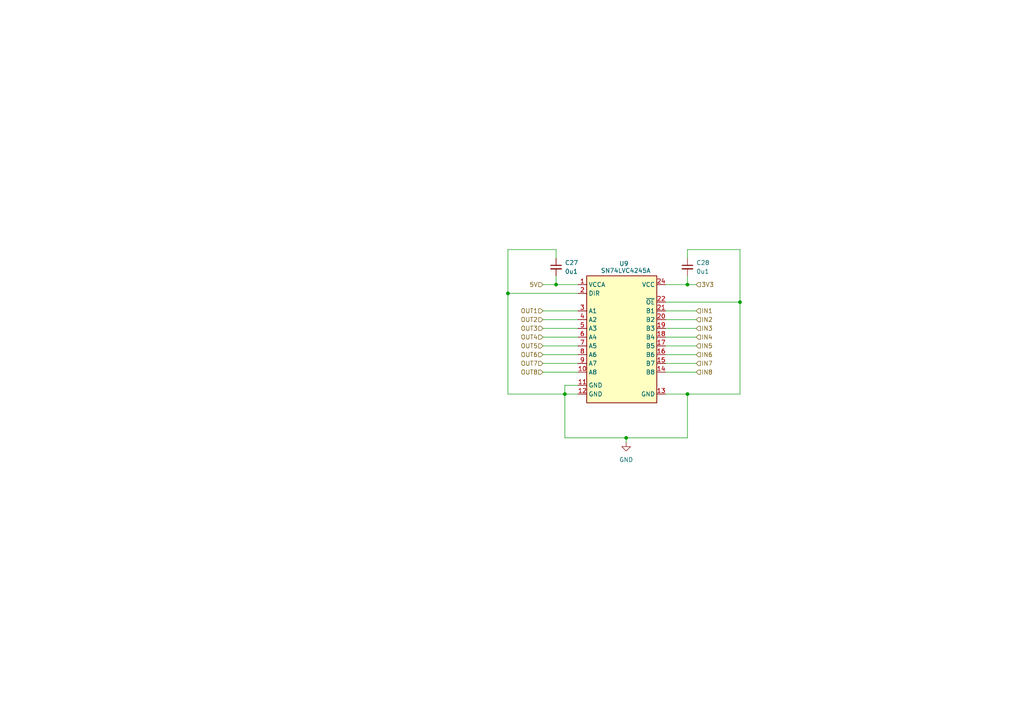
<source format=kicad_sch>
(kicad_sch (version 20250114) (generator "eeschema") (generator_version "9.0")
  (paper "A4")
  (lib_symbols
    (symbol "Device:C_Small" (pin_numbers (hide yes)) (pin_names (offset 0.254) (hide yes))
      (property "Reference" "C" (at 0.254 1.778 0))
      (property "Value" "C_Small" (at 0.254 -2.032 0))
      (symbol "C_Small_0_1"
        (polyline (pts (xy -1.524 0.508) (xy 1.524 0.508)) (stroke (width 0.3048)))
        (polyline (pts (xy -1.524 -0.508) (xy 1.524 -0.508)) (stroke (width 0.3302)))
      )
      (symbol "C_Small_1_1"
        (pin passive line (at 0 2.54 270) (length 2.032) (name "~") (number "1"))
        (pin passive line (at 0 -2.54 90) (length 2.032) (name "~") (number "2"))
      )
    )
    (symbol "molex:SN74LVC245APW"
      (property "Reference" "U9" (at -0.762 18.796 0))
      (property "Value" "SN74LVC4245A" (at -6.096 16.764 0))
      (symbol "SN74LVC245APW_0_1"
        (rectangle (start -10.16 15.24) (end 10.16 -21.59) (stroke (width 0.254)) (fill (type background)))
      )
      (symbol "SN74LVC245APW_1_1"
        (pin input line (at -12.7 12.7 0) (length 2.54) (name "VCCA") (number "1"))
        (pin input line (at -12.7 10.16 0) (length 2.54) (name "DIR") (number "2"))
        (pin bidirectional line (at -12.7 5.08 0) (length 2.54) (name "A1") (number "3"))
        (pin bidirectional line (at -12.7 2.54 0) (length 2.54) (name "A2") (number "4"))
        (pin bidirectional line (at -12.7 0 0) (length 2.54) (name "A3") (number "5"))
        (pin bidirectional line (at -12.7 -2.54 0) (length 2.54) (name "A4") (number "6"))
        (pin bidirectional line (at -12.7 -5.08 0) (length 2.54) (name "A5") (number "7"))
        (pin bidirectional line (at -12.7 -7.62 0) (length 2.54) (name "A6") (number "8"))
        (pin bidirectional line (at -12.7 -10.16 0) (length 2.54) (name "A7") (number "9"))
        (pin bidirectional line (at -12.7 -12.7 0) (length 2.54) (name "A8") (number "10"))
        (pin power_in line (at -12.7 -16.51 0) (length 2.54) (name "GND") (number "11"))
        (pin power_in line (at -12.7 -19.05 0) (length 2.54) (name "GND") (number "12"))
        (pin power_in line (at 12.7 12.7 180) (length 2.54) (name "VCC") (number "24"))
        (pin input line (at 12.7 7.62 180) (length 2.54) (name "~{OE}") (number "22"))
        (pin bidirectional line (at 12.7 5.08 180) (length 2.54) (name "B1") (number "21"))
        (pin bidirectional line (at 12.7 2.54 180) (length 2.54) (name "B2") (number "20"))
        (pin bidirectional line (at 12.7 0 180) (length 2.54) (name "B3") (number "19"))
        (pin bidirectional line (at 12.7 -2.54 180) (length 2.54) (name "B4") (number "18"))
        (pin bidirectional line (at 12.7 -5.08 180) (length 2.54) (name "B5") (number "17"))
        (pin bidirectional line (at 12.7 -7.62 180) (length 2.54) (name "B6") (number "16"))
        (pin bidirectional line (at 12.7 -10.16 180) (length 2.54) (name "B7") (number "15"))
        (pin bidirectional line (at 12.7 -12.7 180) (length 2.54) (name "B8") (number "14"))
        (pin bidirectional line (at 12.7 -19.05 180) (length 2.54) (name "GND") (number "13"))
      )
    )
    (symbol "power:GND" (power) (pin_numbers (hide yes)) (pin_names (offset 0) (hide yes))
      (property "Value" "GND" (at 0 -3.81 0))
      (symbol "GND_0_1"
        (polyline (pts (xy 0 0) (xy 0 -1.27) (xy 1.27 -1.27) (xy 0 -2.54) (xy -1.27 -1.27) (xy 0 -1.27)))
      )
      (symbol "GND_1_1"
        (pin power_in line (at 0 0 270) (length 0) (name "~") (number "1"))
      )
    )
  )
  (junction (at 199.39 82.55))
  (junction (at 163.83 114.3))
  (junction (at 181.61 127))
  (junction (at 147.32 85.09))
  (junction (at 214.63 87.63))
  (junction (at 161.29 82.55))
  (junction (at 199.39 114.3))
  (wire (pts (xy 157.48 95.25) (xy 167.64 95.25)))
  (wire (pts (xy 193.04 105.41) (xy 201.93 105.41)))
  (wire (pts (xy 157.48 97.79) (xy 167.64 97.79)))
  (wire (pts (xy 147.32 85.09) (xy 147.32 114.3)))
  (wire (pts (xy 157.48 100.33) (xy 167.64 100.33)))
  (wire (pts (xy 163.83 114.3) (xy 167.64 114.3)))
  (wire (pts (xy 147.32 72.39) (xy 161.29 72.39)))
  (wire (pts (xy 167.64 111.76) (xy 163.83 111.76)))
  (wire (pts (xy 157.48 90.17) (xy 167.64 90.17)))
  (wire (pts (xy 161.29 80.01) (xy 161.29 82.55)))
  (wire (pts (xy 193.04 107.95) (xy 201.93 107.95)))
  (wire (pts (xy 181.61 127) (xy 199.39 127)))
  (wire (pts (xy 199.39 82.55) (xy 201.93 82.55)))
  (wire (pts (xy 157.48 105.41) (xy 167.64 105.41)))
  (wire (pts (xy 199.39 114.3) (xy 193.04 114.3)))
  (wire (pts (xy 157.48 92.71) (xy 167.64 92.71)))
  (wire (pts (xy 157.48 82.55) (xy 161.29 82.55)))
  (wire (pts (xy 193.04 92.71) (xy 201.93 92.71)))
  (wire (pts (xy 214.63 114.3) (xy 199.39 114.3)))
  (wire (pts (xy 147.32 72.39) (xy 147.32 85.09)))
  (wire (pts (xy 193.04 90.17) (xy 201.93 90.17)))
  (wire (pts (xy 199.39 80.01) (xy 199.39 82.55)))
  (wire (pts (xy 199.39 127) (xy 199.39 114.3)))
  (wire (pts (xy 161.29 82.55) (xy 167.64 82.55)))
  (wire (pts (xy 214.63 87.63) (xy 214.63 114.3)))
  (wire (pts (xy 199.39 74.93) (xy 199.39 72.39)))
  (wire (pts (xy 163.83 111.76) (xy 163.83 114.3)))
  (wire (pts (xy 161.29 74.93) (xy 161.29 72.39)))
  (wire (pts (xy 147.32 114.3) (xy 163.83 114.3)))
  (wire (pts (xy 193.04 97.79) (xy 201.93 97.79)))
  (wire (pts (xy 199.39 72.39) (xy 214.63 72.39)))
  (wire (pts (xy 181.61 127) (xy 181.61 128.27)))
  (wire (pts (xy 157.48 102.87) (xy 167.64 102.87)))
  (wire (pts (xy 193.04 87.63) (xy 214.63 87.63)))
  (wire (pts (xy 157.48 107.95) (xy 167.64 107.95)))
  (wire (pts (xy 163.83 114.3) (xy 163.83 127)))
  (wire (pts (xy 193.04 95.25) (xy 201.93 95.25)))
  (wire (pts (xy 163.83 127) (xy 181.61 127)))
  (wire (pts (xy 193.04 100.33) (xy 201.93 100.33)))
  (wire (pts (xy 167.64 85.09) (xy 147.32 85.09)))
  (wire (pts (xy 193.04 82.55) (xy 199.39 82.55)))
  (wire (pts (xy 193.04 102.87) (xy 201.93 102.87)))
  (wire (pts (xy 214.63 72.39) (xy 214.63 87.63)))
  (hierarchical_label "OUT5" (shape input) (at 157.48 100.33 180))
  (hierarchical_label "IN5" (shape input) (at 201.93 100.33 0))
  (hierarchical_label "IN8" (shape input) (at 201.93 107.95 0))
  (hierarchical_label "OUT6" (shape input) (at 157.48 102.87 180))
  (hierarchical_label "OUT4" (shape input) (at 157.48 97.79 180))
  (hierarchical_label "OUT2" (shape input) (at 157.48 92.71 180))
  (hierarchical_label "IN7" (shape input) (at 201.93 105.41 0))
  (hierarchical_label "IN6" (shape input) (at 201.93 102.87 0))
  (hierarchical_label "IN4" (shape input) (at 201.93 97.79 0))
  (hierarchical_label "3V3" (shape input) (at 201.93 82.55 0))
  (hierarchical_label "5V" (shape input) (at 157.48 82.55 180))
  (hierarchical_label "OUT7" (shape input) (at 157.48 105.41 180))
  (hierarchical_label "IN3" (shape input) (at 201.93 95.25 0))
  (hierarchical_label "OUT1" (shape input) (at 157.48 90.17 180))
  (hierarchical_label "IN1" (shape input) (at 201.93 90.17 0))
  (hierarchical_label "OUT3" (shape input) (at 157.48 95.25 180))
  (hierarchical_label "IN2" (shape input) (at 201.93 92.71 0))
  (hierarchical_label "OUT8" (shape input) (at 157.48 107.95 180))
  (symbol (lib_id "molex:SN74LVC245APW") (at 180.34 95.25 0) (unit 1)
    (property "Reference" "U9" (at 179.578 76.454 0) (effects (justify left)))
    (property "Value" "SN74LVC4245A" (at 174.244 78.486 0) (effects (justify left)))
    (property "Footprint" "Package_SO:TSSOP-24_4.4x7.8mm_P0.65mm" (effects (hide yes)))
  )
  (symbol (lib_id "power:GND") (at 181.61 128.27 0) (unit 1)
    (property "Reference" "#PWR018" (effects (hide yes)))
    (property "Value" "GND" (at 181.61 133.35 0))
    (property "Description" "Power symbol creates a global label with name \"GND\" , ground" (effects (hide yes)))
  )
  (symbol (lib_id "Device:C_Small") (at 199.39 77.47 0) (unit 1)
    (property "Reference" "C28" (at 201.93 76.2062 0) (effects (justify left)))
    (property "Value" "0u1" (at 201.93 78.7462 0) (effects (justify left)))
    (property "Footprint" "Capacitor_SMD:C_0603_1608Metric_Pad1.08x0.95mm_HandSolder" (effects (hide yes)))
    (property "Description" "Unpolarized capacitor, small symbol" (effects (hide yes)))
  )
  (symbol (lib_id "Device:C_Small") (at 161.29 77.47 0) (unit 1)
    (property "Reference" "C27" (at 163.83 76.2062 0) (effects (justify left)))
    (property "Value" "0u1" (at 163.83 78.7462 0) (effects (justify left)))
    (property "Footprint" "Capacitor_SMD:C_0603_1608Metric_Pad1.08x0.95mm_HandSolder" (effects (hide yes)))
    (property "Description" "Unpolarized capacitor, small symbol" (effects (hide yes)))
  )
)
</source>
